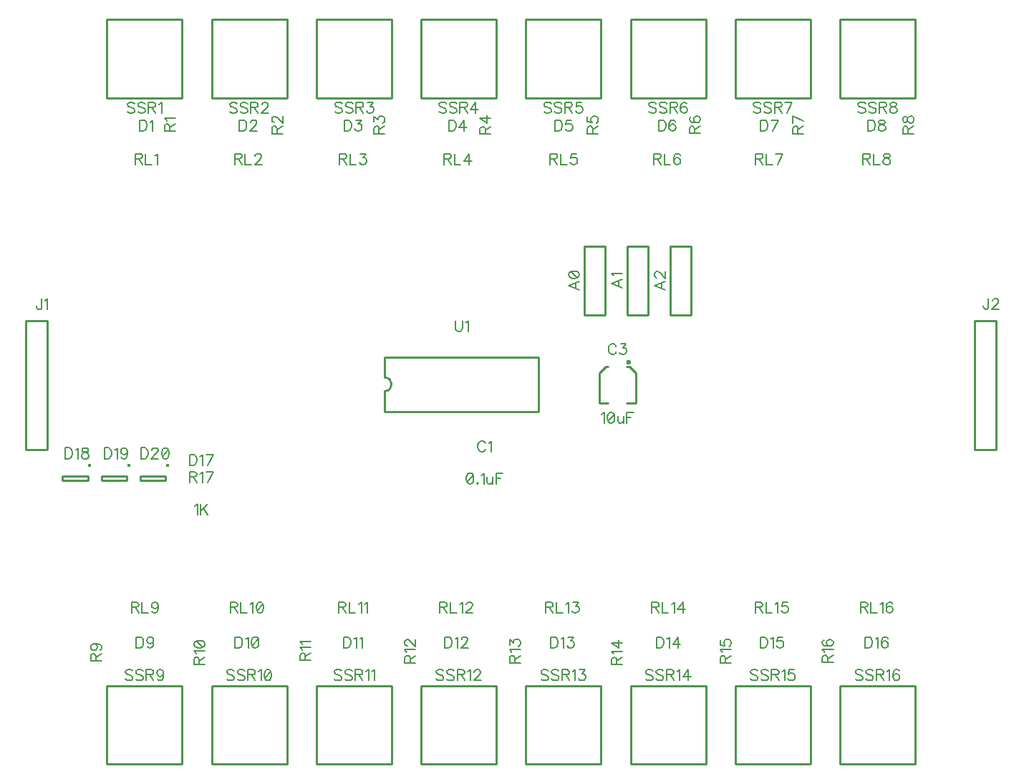
<source format=gbr>
G04 DipTrace 3.3.1.3*
G04 TopSilk.gbr*
%MOIN*%
G04 #@! TF.FileFunction,Legend,Top*
G04 #@! TF.Part,Single*
%ADD10C,0.009843*%
%ADD27C,0.023616*%
%ADD29C,0.015404*%
%ADD60C,0.00772*%
%FSLAX26Y26*%
G04*
G70*
G90*
G75*
G01*
G04 TopSilk*
%LPD*%
X1398134Y3820615D2*
D10*
X1748134D1*
Y3455613D1*
X1398134D1*
Y3820615D1*
X1887740Y3820635D2*
X2237740D1*
Y3455633D1*
X1887740D1*
Y3820635D1*
X2373134D2*
X2723134D1*
Y3455633D1*
X2373134D1*
Y3820635D1*
X2860634D2*
X3210634D1*
Y3455633D1*
X2860634D1*
Y3820635D1*
X3348134D2*
X3698134D1*
Y3455633D1*
X3348134D1*
Y3820635D1*
X3835634D2*
X4185634D1*
Y3455633D1*
X3835634D1*
Y3820635D1*
X4323134D2*
X4673134D1*
Y3455633D1*
X4323134D1*
Y3820635D1*
X1260614Y353979D2*
X910614D1*
Y718981D1*
X1260614D1*
Y353979D1*
X1748134D2*
X1398134D1*
Y718981D1*
X1748134D1*
Y353979D1*
X2237740D2*
X1887740D1*
Y718981D1*
X2237740D1*
Y353979D1*
X2723134D2*
X2373134D1*
Y718981D1*
X2723134D1*
Y353979D1*
X3210614D2*
X2860614D1*
Y718981D1*
X3210614D1*
Y353979D1*
X3698134D2*
X3348134D1*
Y718981D1*
X3698134D1*
Y353979D1*
X4185614D2*
X3835614D1*
Y718981D1*
X4185614D1*
Y353979D1*
X4673134D2*
X4323134D1*
Y718981D1*
X4673134D1*
Y353979D1*
X3132287Y2446657D2*
X3230713D1*
Y2766343D1*
X3132287D1*
Y2446657D1*
X2204501Y1996807D2*
X2920998D1*
X2204501Y2248773D2*
X2920998D1*
Y1996807D2*
Y2248773D1*
X2204501Y1996807D2*
Y2091283D1*
Y2154297D2*
Y2248773D1*
Y2091283D2*
G03X2204501Y2154297I-53J31507D01*
G01*
X3332307Y2446638D2*
X3430732D1*
Y2766323D1*
X3332307D1*
Y2446638D1*
X3532307D2*
X3630732D1*
Y2766323D1*
X3532307D1*
Y2446638D1*
X631502Y2418973D2*
X531500D1*
Y1819027D1*
X631502D1*
Y2418973D1*
X5049662Y2420351D2*
X4949660D1*
Y1820405D1*
X5049662D1*
Y2420351D1*
X910634Y3820615D2*
X1260634D1*
Y3455613D1*
X910634D1*
Y3820615D1*
X3372396Y2036180D2*
X3331055D1*
X3372396D2*
Y2175918D1*
X3342872Y2205457D2*
X3372396Y2175918D1*
X3342872Y2205457D2*
X3331055D1*
X3244446Y2036180D2*
X3203105D1*
Y2175918D1*
X3232629Y2205457D2*
X3203105Y2175918D1*
X3244446Y2205457D2*
X3232629D1*
D27*
X3338936Y2227118D3*
D29*
X1012349Y1746209D3*
X1003148Y1696067D2*
D10*
X885043D1*
Y1676382D1*
X1003148D1*
Y1696067D1*
D29*
X831098Y1746209D3*
X821898Y1696067D2*
D10*
X703793D1*
Y1676382D1*
X821898D1*
Y1696067D1*
D29*
X1193598Y1746209D3*
X1184398Y1696067D2*
D10*
X1066293D1*
Y1676382D1*
X1184398D1*
Y1696067D1*
X1516482Y3428970D2*
D60*
X1511728Y3433779D1*
X1504543Y3436155D1*
X1494982D1*
X1487797Y3433779D1*
X1482988Y3428970D1*
Y3424217D1*
X1485420Y3419409D1*
X1487797Y3417032D1*
X1492550Y3414656D1*
X1506920Y3409847D1*
X1511728Y3407471D1*
X1514105Y3405039D1*
X1516482Y3400286D1*
Y3393101D1*
X1511728Y3388347D1*
X1504543Y3385915D1*
X1494982D1*
X1487797Y3388347D1*
X1482988Y3393101D1*
X1565414Y3428970D2*
X1560661Y3433779D1*
X1553476Y3436155D1*
X1543914D1*
X1536729Y3433779D1*
X1531921Y3428970D1*
Y3424217D1*
X1534353Y3419409D1*
X1536729Y3417032D1*
X1541483Y3414656D1*
X1555853Y3409847D1*
X1560661Y3407471D1*
X1563038Y3405039D1*
X1565414Y3400286D1*
Y3393101D1*
X1560661Y3388347D1*
X1553476Y3385915D1*
X1543914D1*
X1536729Y3388347D1*
X1531921Y3393101D1*
X1580853Y3412224D2*
X1602353D1*
X1609538Y3414656D1*
X1611970Y3417032D1*
X1614347Y3421785D1*
Y3426594D1*
X1611970Y3431347D1*
X1609538Y3433779D1*
X1602353Y3436155D1*
X1580853D1*
Y3385915D1*
X1597600Y3412224D2*
X1614347Y3385915D1*
X1632218Y3424162D2*
Y3426539D1*
X1634595Y3431347D1*
X1636971Y3433724D1*
X1641780Y3436100D1*
X1651341D1*
X1656094Y3433724D1*
X1658471Y3431347D1*
X1660903Y3426539D1*
Y3421785D1*
X1658471Y3416977D1*
X1653718Y3409847D1*
X1629786Y3385915D1*
X1663279D1*
X2006088Y3428990D2*
X2001335Y3433799D1*
X1994150Y3436175D1*
X1984588D1*
X1977403Y3433799D1*
X1972595Y3428990D1*
Y3424237D1*
X1975026Y3419428D1*
X1977403Y3417052D1*
X1982156Y3414675D1*
X1996526Y3409867D1*
X2001335Y3407490D1*
X2003711Y3405058D1*
X2006088Y3400305D1*
Y3393120D1*
X2001335Y3388367D1*
X1994150Y3385935D1*
X1984588D1*
X1977403Y3388367D1*
X1972595Y3393120D1*
X2055021Y3428990D2*
X2050267Y3433799D1*
X2043082Y3436175D1*
X2033521D1*
X2026336Y3433799D1*
X2021527Y3428990D1*
Y3424237D1*
X2023959Y3419428D1*
X2026336Y3417052D1*
X2031089Y3414675D1*
X2045459Y3409867D1*
X2050267Y3407490D1*
X2052644Y3405058D1*
X2055021Y3400305D1*
Y3393120D1*
X2050267Y3388367D1*
X2043082Y3385935D1*
X2033521D1*
X2026336Y3388367D1*
X2021527Y3393120D1*
X2070460Y3412243D2*
X2091960D1*
X2099145Y3414675D1*
X2101577Y3417052D1*
X2103953Y3421805D1*
Y3426614D1*
X2101577Y3431367D1*
X2099145Y3433799D1*
X2091960Y3436175D1*
X2070460D1*
Y3385935D1*
X2087206Y3412243D2*
X2103953Y3385935D1*
X2124201Y3436120D2*
X2150454D1*
X2136139Y3416997D1*
X2143324D1*
X2148077Y3414620D1*
X2150454Y3412243D1*
X2152886Y3405058D1*
Y3400305D1*
X2150454Y3393120D1*
X2145701Y3388312D1*
X2138516Y3385935D1*
X2131331D1*
X2124201Y3388312D1*
X2121824Y3390744D1*
X2119392Y3395497D1*
X2490293Y3428990D2*
X2485540Y3433799D1*
X2478355Y3436175D1*
X2468794D1*
X2461608Y3433799D1*
X2456800Y3428990D1*
Y3424237D1*
X2459232Y3419428D1*
X2461608Y3417052D1*
X2466362Y3414675D1*
X2480732Y3409867D1*
X2485540Y3407490D1*
X2487917Y3405058D1*
X2490293Y3400305D1*
Y3393120D1*
X2485540Y3388367D1*
X2478355Y3385935D1*
X2468794D1*
X2461608Y3388367D1*
X2456800Y3393120D1*
X2539226Y3428990D2*
X2534473Y3433799D1*
X2527288Y3436175D1*
X2517726D1*
X2510541Y3433799D1*
X2505733Y3428990D1*
Y3424237D1*
X2508164Y3419428D1*
X2510541Y3417052D1*
X2515294Y3414675D1*
X2529664Y3409867D1*
X2534473Y3407490D1*
X2536849Y3405058D1*
X2539226Y3400305D1*
Y3393120D1*
X2534473Y3388367D1*
X2527288Y3385935D1*
X2517726D1*
X2510541Y3388367D1*
X2505733Y3393120D1*
X2554665Y3412243D2*
X2576165D1*
X2583350Y3414675D1*
X2585782Y3417052D1*
X2588159Y3421805D1*
Y3426614D1*
X2585782Y3431367D1*
X2583350Y3433799D1*
X2576165Y3436175D1*
X2554665D1*
Y3385935D1*
X2571412Y3412243D2*
X2588159Y3385935D1*
X2627529D2*
Y3436120D1*
X2603598Y3402682D1*
X2639468D1*
X2978982Y3428990D2*
X2974228Y3433799D1*
X2967043Y3436175D1*
X2957482D1*
X2950297Y3433799D1*
X2945488Y3428990D1*
Y3424237D1*
X2947920Y3419428D1*
X2950297Y3417052D1*
X2955050Y3414675D1*
X2969420Y3409867D1*
X2974228Y3407490D1*
X2976605Y3405058D1*
X2978982Y3400305D1*
Y3393120D1*
X2974228Y3388367D1*
X2967043Y3385935D1*
X2957482D1*
X2950297Y3388367D1*
X2945488Y3393120D1*
X3027914Y3428990D2*
X3023161Y3433799D1*
X3015976Y3436175D1*
X3006414D1*
X2999229Y3433799D1*
X2994421Y3428990D1*
Y3424237D1*
X2996853Y3419428D1*
X2999229Y3417052D1*
X3003983Y3414675D1*
X3018353Y3409867D1*
X3023161Y3407490D1*
X3025538Y3405058D1*
X3027914Y3400305D1*
Y3393120D1*
X3023161Y3388367D1*
X3015976Y3385935D1*
X3006414D1*
X2999229Y3388367D1*
X2994421Y3393120D1*
X3043353Y3412243D2*
X3064853D1*
X3072038Y3414675D1*
X3074470Y3417052D1*
X3076847Y3421805D1*
Y3426614D1*
X3074470Y3431367D1*
X3072038Y3433799D1*
X3064853Y3436175D1*
X3043353D1*
Y3385935D1*
X3060100Y3412243D2*
X3076847Y3385935D1*
X3120971Y3436120D2*
X3097095D1*
X3094718Y3414620D1*
X3097095Y3416997D1*
X3104280Y3419428D1*
X3111409D1*
X3118594Y3416997D1*
X3123403Y3412243D1*
X3125779Y3405058D1*
Y3400305D1*
X3123403Y3393120D1*
X3118594Y3388312D1*
X3111409Y3385935D1*
X3104280D1*
X3097095Y3388312D1*
X3094718Y3390744D1*
X3092286Y3395497D1*
X3467698Y3428990D2*
X3462944Y3433799D1*
X3455759Y3436175D1*
X3446198D1*
X3439013Y3433799D1*
X3434204Y3428990D1*
Y3424237D1*
X3436636Y3419428D1*
X3439013Y3417052D1*
X3443766Y3414675D1*
X3458136Y3409867D1*
X3462944Y3407490D1*
X3465321Y3405058D1*
X3467698Y3400305D1*
Y3393120D1*
X3462944Y3388367D1*
X3455759Y3385935D1*
X3446198D1*
X3439013Y3388367D1*
X3434204Y3393120D1*
X3516630Y3428990D2*
X3511877Y3433799D1*
X3504692Y3436175D1*
X3495130D1*
X3487945Y3433799D1*
X3483137Y3428990D1*
Y3424237D1*
X3485569Y3419428D1*
X3487945Y3417052D1*
X3492698Y3414675D1*
X3507069Y3409867D1*
X3511877Y3407490D1*
X3514254Y3405058D1*
X3516630Y3400305D1*
Y3393120D1*
X3511877Y3388367D1*
X3504692Y3385935D1*
X3495130D1*
X3487945Y3388367D1*
X3483137Y3393120D1*
X3532069Y3412243D2*
X3553569D1*
X3560754Y3414675D1*
X3563186Y3417052D1*
X3565563Y3421805D1*
Y3426614D1*
X3563186Y3431367D1*
X3560754Y3433799D1*
X3553569Y3436175D1*
X3532069D1*
Y3385935D1*
X3548816Y3412243D2*
X3565563Y3385935D1*
X3609687Y3428990D2*
X3607310Y3433743D1*
X3600125Y3436120D1*
X3595372D1*
X3588187Y3433743D1*
X3583379Y3426558D1*
X3581002Y3414620D1*
Y3402682D1*
X3583379Y3393120D1*
X3588187Y3388312D1*
X3595372Y3385935D1*
X3597749D1*
X3604878Y3388312D1*
X3609687Y3393120D1*
X3612063Y3400305D1*
Y3402682D1*
X3609687Y3409867D1*
X3604878Y3414620D1*
X3597749Y3416997D1*
X3595372D1*
X3588187Y3414620D1*
X3583379Y3409867D1*
X3581002Y3402682D1*
X3953982Y3428990D2*
X3949228Y3433799D1*
X3942043Y3436175D1*
X3932482D1*
X3925297Y3433799D1*
X3920488Y3428990D1*
Y3424237D1*
X3922920Y3419428D1*
X3925297Y3417052D1*
X3930050Y3414675D1*
X3944420Y3409867D1*
X3949228Y3407490D1*
X3951605Y3405058D1*
X3953982Y3400305D1*
Y3393120D1*
X3949228Y3388367D1*
X3942043Y3385935D1*
X3932482D1*
X3925297Y3388367D1*
X3920488Y3393120D1*
X4002914Y3428990D2*
X3998161Y3433799D1*
X3990976Y3436175D1*
X3981414D1*
X3974229Y3433799D1*
X3969421Y3428990D1*
Y3424237D1*
X3971853Y3419428D1*
X3974229Y3417052D1*
X3978983Y3414675D1*
X3993353Y3409867D1*
X3998161Y3407490D1*
X4000538Y3405058D1*
X4002914Y3400305D1*
Y3393120D1*
X3998161Y3388367D1*
X3990976Y3385935D1*
X3981414D1*
X3974229Y3388367D1*
X3969421Y3393120D1*
X4018353Y3412243D2*
X4039853D1*
X4047038Y3414675D1*
X4049470Y3417052D1*
X4051847Y3421805D1*
Y3426614D1*
X4049470Y3431367D1*
X4047038Y3433799D1*
X4039853Y3436175D1*
X4018353D1*
Y3385935D1*
X4035100Y3412243D2*
X4051847Y3385935D1*
X4076848D2*
X4100779Y3436120D1*
X4067286D1*
X4441509Y3428990D2*
X4436756Y3433799D1*
X4429571Y3436175D1*
X4420009D1*
X4412824Y3433799D1*
X4408016Y3428990D1*
Y3424237D1*
X4410448Y3419428D1*
X4412824Y3417052D1*
X4417578Y3414675D1*
X4431948Y3409867D1*
X4436756Y3407490D1*
X4439133Y3405058D1*
X4441509Y3400305D1*
Y3393120D1*
X4436756Y3388367D1*
X4429571Y3385935D1*
X4420009D1*
X4412824Y3388367D1*
X4408016Y3393120D1*
X4490442Y3428990D2*
X4485689Y3433799D1*
X4478504Y3436175D1*
X4468942D1*
X4461757Y3433799D1*
X4456949Y3428990D1*
Y3424237D1*
X4459380Y3419428D1*
X4461757Y3417052D1*
X4466510Y3414675D1*
X4480880Y3409867D1*
X4485689Y3407490D1*
X4488065Y3405058D1*
X4490442Y3400305D1*
Y3393120D1*
X4485689Y3388367D1*
X4478504Y3385935D1*
X4468942D1*
X4461757Y3388367D1*
X4456949Y3393120D1*
X4505881Y3412243D2*
X4527381D1*
X4534566Y3414675D1*
X4536998Y3417052D1*
X4539374Y3421805D1*
Y3426614D1*
X4536998Y3431367D1*
X4534566Y3433799D1*
X4527381Y3436175D1*
X4505881D1*
Y3385935D1*
X4522628Y3412243D2*
X4539374Y3385935D1*
X4566752Y3436120D2*
X4559622Y3433743D1*
X4557190Y3428990D1*
Y3424182D1*
X4559622Y3419428D1*
X4564375Y3416997D1*
X4573937Y3414620D1*
X4581122Y3412243D1*
X4585875Y3407435D1*
X4588252Y3402682D1*
Y3395497D1*
X4585875Y3390744D1*
X4583499Y3388312D1*
X4576314Y3385935D1*
X4566752D1*
X4559622Y3388312D1*
X4557190Y3390744D1*
X4554814Y3395497D1*
Y3402682D1*
X4557190Y3407435D1*
X4561999Y3412243D1*
X4569129Y3414620D1*
X4578690Y3416997D1*
X4583499Y3419428D1*
X4585875Y3424182D1*
Y3428990D1*
X4583499Y3433743D1*
X4576314Y3436120D1*
X4566752D1*
X1030150Y787518D2*
X1025397Y792327D1*
X1018212Y794703D1*
X1008650D1*
X1001465Y792327D1*
X996657Y787518D1*
Y782765D1*
X999089Y777957D1*
X1001465Y775580D1*
X1006219Y773204D1*
X1020589Y768395D1*
X1025397Y766019D1*
X1027774Y763587D1*
X1030150Y758833D1*
Y751648D1*
X1025397Y746895D1*
X1018212Y744463D1*
X1008650D1*
X1001465Y746895D1*
X996657Y751648D1*
X1079083Y787518D2*
X1074330Y792327D1*
X1067145Y794703D1*
X1057583D1*
X1050398Y792327D1*
X1045590Y787518D1*
Y782765D1*
X1048021Y777957D1*
X1050398Y775580D1*
X1055151Y773204D1*
X1069521Y768395D1*
X1074330Y766019D1*
X1076706Y763587D1*
X1079083Y758833D1*
Y751648D1*
X1074330Y746895D1*
X1067145Y744463D1*
X1057583D1*
X1050398Y746895D1*
X1045590Y751648D1*
X1094522Y770772D2*
X1116022D1*
X1123207Y773204D1*
X1125639Y775580D1*
X1128015Y780333D1*
Y785142D1*
X1125639Y789895D1*
X1123207Y792327D1*
X1116022Y794703D1*
X1094522D1*
Y744463D1*
X1111269Y770772D2*
X1128015Y744463D1*
X1174571Y777957D2*
X1172140Y770772D1*
X1167386Y765963D1*
X1160201Y763587D1*
X1157825D1*
X1150640Y765963D1*
X1145887Y770772D1*
X1143455Y777957D1*
Y780333D1*
X1145887Y787518D1*
X1150640Y792272D1*
X1157825Y794648D1*
X1160201D1*
X1167386Y792272D1*
X1172140Y787518D1*
X1174571Y777957D1*
Y765963D1*
X1172140Y754025D1*
X1167386Y746840D1*
X1160201Y744463D1*
X1155448D1*
X1148263Y746840D1*
X1145887Y751648D1*
X2673317Y1847312D2*
X2670940Y1852066D1*
X2666132Y1856874D1*
X2661379Y1859251D1*
X2651817D1*
X2647009Y1856874D1*
X2642256Y1852066D1*
X2639824Y1847312D1*
X2637447Y1840127D1*
Y1828134D1*
X2639824Y1821004D1*
X2642256Y1816196D1*
X2647009Y1811442D1*
X2651817Y1809011D1*
X2661379D1*
X2666132Y1811442D1*
X2670940Y1816196D1*
X2673317Y1821004D1*
X2688756Y1849634D2*
X2693565Y1852066D1*
X2700750Y1859195D1*
Y1809011D1*
X2598730Y1709958D2*
X2591545Y1707582D1*
X2586736Y1700397D1*
X2584360Y1688459D1*
Y1681274D1*
X2586736Y1669335D1*
X2591545Y1662150D1*
X2598730Y1659774D1*
X2603483D1*
X2610668Y1662150D1*
X2615421Y1669335D1*
X2617853Y1681274D1*
Y1688459D1*
X2615421Y1700397D1*
X2610668Y1707582D1*
X2603483Y1709958D1*
X2598730D1*
X2615421Y1700397D2*
X2586736Y1669335D1*
X2635669Y1664582D2*
X2633292Y1662150D1*
X2635669Y1659774D1*
X2638101Y1662150D1*
X2635669Y1664582D1*
X2653540Y1700397D2*
X2658349Y1702829D1*
X2665534Y1709958D1*
Y1659774D1*
X2680973Y1693267D2*
Y1669335D1*
X2683349Y1662206D1*
X2688158Y1659774D1*
X2695343D1*
X2700096Y1662206D1*
X2707281Y1669335D1*
Y1693267D2*
Y1659774D1*
X2753837Y1710014D2*
X2722720D1*
Y1659774D1*
Y1686082D2*
X2741844D1*
X1502765Y787518D2*
X1498012Y792327D1*
X1490827Y794703D1*
X1481265D1*
X1474080Y792327D1*
X1469272Y787518D1*
Y782765D1*
X1471704Y777957D1*
X1474080Y775580D1*
X1478834Y773204D1*
X1493204Y768395D1*
X1498012Y766019D1*
X1500389Y763587D1*
X1502765Y758833D1*
Y751648D1*
X1498012Y746895D1*
X1490827Y744463D1*
X1481265D1*
X1474080Y746895D1*
X1469272Y751648D1*
X1551698Y787518D2*
X1546945Y792327D1*
X1539760Y794703D1*
X1530198D1*
X1523013Y792327D1*
X1518205Y787518D1*
Y782765D1*
X1520636Y777957D1*
X1523013Y775580D1*
X1527766Y773204D1*
X1542136Y768395D1*
X1546945Y766019D1*
X1549321Y763587D1*
X1551698Y758833D1*
Y751648D1*
X1546945Y746895D1*
X1539760Y744463D1*
X1530198D1*
X1523013Y746895D1*
X1518205Y751648D1*
X1567137Y770772D2*
X1588637D1*
X1595822Y773204D1*
X1598254Y775580D1*
X1600630Y780333D1*
Y785142D1*
X1598254Y789895D1*
X1595822Y792327D1*
X1588637Y794703D1*
X1567137D1*
Y744463D1*
X1583884Y770772D2*
X1600630Y744463D1*
X1616070Y785086D2*
X1620878Y787518D1*
X1628063Y794648D1*
Y744463D1*
X1657873Y794648D2*
X1650687Y792272D1*
X1645879Y785086D1*
X1643502Y773148D1*
Y765963D1*
X1645879Y754025D1*
X1650687Y746840D1*
X1657873Y744463D1*
X1662626D1*
X1669811Y746840D1*
X1674564Y754025D1*
X1676996Y765963D1*
Y773148D1*
X1674564Y785086D1*
X1669811Y792272D1*
X1662626Y794648D1*
X1657873D1*
X1674564Y785086D2*
X1645879Y754025D1*
X2003122Y787518D2*
X1998368Y792327D1*
X1991183Y794703D1*
X1981622D1*
X1974437Y792327D1*
X1969628Y787518D1*
Y782765D1*
X1972060Y777957D1*
X1974437Y775580D1*
X1979190Y773204D1*
X1993560Y768395D1*
X1998368Y766019D1*
X2000745Y763587D1*
X2003122Y758833D1*
Y751648D1*
X1998368Y746895D1*
X1991183Y744463D1*
X1981622D1*
X1974437Y746895D1*
X1969628Y751648D1*
X2052054Y787518D2*
X2047301Y792327D1*
X2040116Y794703D1*
X2030554D1*
X2023369Y792327D1*
X2018561Y787518D1*
Y782765D1*
X2020993Y777957D1*
X2023369Y775580D1*
X2028122Y773204D1*
X2042492Y768395D1*
X2047301Y766019D1*
X2049678Y763587D1*
X2052054Y758833D1*
Y751648D1*
X2047301Y746895D1*
X2040116Y744463D1*
X2030554D1*
X2023369Y746895D1*
X2018561Y751648D1*
X2067493Y770772D2*
X2088993D1*
X2096178Y773204D1*
X2098610Y775580D1*
X2100987Y780333D1*
Y785142D1*
X2098610Y789895D1*
X2096178Y792327D1*
X2088993Y794703D1*
X2067493D1*
Y744463D1*
X2084240Y770772D2*
X2100987Y744463D1*
X2116426Y785086D2*
X2121234Y787518D1*
X2128419Y794648D1*
Y744463D1*
X2143859Y785086D2*
X2148667Y787518D1*
X2155852Y794648D1*
Y744463D1*
X2477765Y787518D2*
X2473012Y792327D1*
X2465827Y794703D1*
X2456265D1*
X2449080Y792327D1*
X2444272Y787518D1*
Y782765D1*
X2446704Y777957D1*
X2449080Y775580D1*
X2453834Y773204D1*
X2468204Y768395D1*
X2473012Y766019D1*
X2475389Y763587D1*
X2477765Y758833D1*
Y751648D1*
X2473012Y746895D1*
X2465827Y744463D1*
X2456265D1*
X2449080Y746895D1*
X2444272Y751648D1*
X2526698Y787518D2*
X2521945Y792327D1*
X2514760Y794703D1*
X2505198D1*
X2498013Y792327D1*
X2493205Y787518D1*
Y782765D1*
X2495636Y777957D1*
X2498013Y775580D1*
X2502766Y773204D1*
X2517136Y768395D1*
X2521945Y766019D1*
X2524321Y763587D1*
X2526698Y758833D1*
Y751648D1*
X2521945Y746895D1*
X2514760Y744463D1*
X2505198D1*
X2498013Y746895D1*
X2493205Y751648D1*
X2542137Y770772D2*
X2563637D1*
X2570822Y773204D1*
X2573254Y775580D1*
X2575630Y780333D1*
Y785142D1*
X2573254Y789895D1*
X2570822Y792327D1*
X2563637Y794703D1*
X2542137D1*
Y744463D1*
X2558884Y770772D2*
X2575630Y744463D1*
X2591070Y785086D2*
X2595878Y787518D1*
X2603063Y794648D1*
Y744463D1*
X2620934Y782710D2*
Y785086D1*
X2623311Y789895D1*
X2625687Y792272D1*
X2630496Y794648D1*
X2640058D1*
X2644811Y792272D1*
X2647187Y789895D1*
X2649619Y785086D1*
Y780333D1*
X2647187Y775525D1*
X2642434Y768395D1*
X2618502Y744463D1*
X2651996D1*
X2965246Y787518D2*
X2960492Y792327D1*
X2953307Y794703D1*
X2943746D1*
X2936561Y792327D1*
X2931752Y787518D1*
Y782765D1*
X2934184Y777957D1*
X2936561Y775580D1*
X2941314Y773204D1*
X2955684Y768395D1*
X2960492Y766019D1*
X2962869Y763587D1*
X2965246Y758833D1*
Y751648D1*
X2960492Y746895D1*
X2953307Y744463D1*
X2943746D1*
X2936561Y746895D1*
X2931752Y751648D1*
X3014178Y787518D2*
X3009425Y792327D1*
X3002240Y794703D1*
X2992678D1*
X2985493Y792327D1*
X2980685Y787518D1*
Y782765D1*
X2983117Y777957D1*
X2985493Y775580D1*
X2990246Y773204D1*
X3004617Y768395D1*
X3009425Y766019D1*
X3011802Y763587D1*
X3014178Y758833D1*
Y751648D1*
X3009425Y746895D1*
X3002240Y744463D1*
X2992678D1*
X2985493Y746895D1*
X2980685Y751648D1*
X3029617Y770772D2*
X3051117D1*
X3058302Y773204D1*
X3060734Y775580D1*
X3063111Y780333D1*
Y785142D1*
X3060734Y789895D1*
X3058302Y792327D1*
X3051117Y794703D1*
X3029617D1*
Y744463D1*
X3046364Y770772D2*
X3063111Y744463D1*
X3078550Y785086D2*
X3083358Y787518D1*
X3090544Y794648D1*
Y744463D1*
X3110791Y794648D2*
X3137044D1*
X3122729Y775525D1*
X3129914D1*
X3134668Y773148D1*
X3137044Y770772D1*
X3139476Y763587D1*
Y758833D1*
X3137044Y751648D1*
X3132291Y746840D1*
X3125106Y744463D1*
X3117921D1*
X3110791Y746840D1*
X3108415Y749272D1*
X3105983Y754025D1*
X3451577Y787518D2*
X3446824Y792327D1*
X3439639Y794703D1*
X3430077D1*
X3422892Y792327D1*
X3418084Y787518D1*
Y782765D1*
X3420516Y777957D1*
X3422892Y775580D1*
X3427645Y773204D1*
X3442015Y768395D1*
X3446824Y766019D1*
X3449200Y763587D1*
X3451577Y758833D1*
Y751648D1*
X3446824Y746895D1*
X3439639Y744463D1*
X3430077D1*
X3422892Y746895D1*
X3418084Y751648D1*
X3500510Y787518D2*
X3495756Y792327D1*
X3488571Y794703D1*
X3479010D1*
X3471825Y792327D1*
X3467016Y787518D1*
Y782765D1*
X3469448Y777957D1*
X3471825Y775580D1*
X3476578Y773204D1*
X3490948Y768395D1*
X3495756Y766019D1*
X3498133Y763587D1*
X3500510Y758833D1*
Y751648D1*
X3495756Y746895D1*
X3488571Y744463D1*
X3479010D1*
X3471825Y746895D1*
X3467016Y751648D1*
X3515949Y770772D2*
X3537449D1*
X3544634Y773204D1*
X3547066Y775580D1*
X3549442Y780333D1*
Y785142D1*
X3547066Y789895D1*
X3544634Y792327D1*
X3537449Y794703D1*
X3515949D1*
Y744463D1*
X3532695Y770772D2*
X3549442Y744463D1*
X3564881Y785086D2*
X3569690Y787518D1*
X3576875Y794648D1*
Y744463D1*
X3616246D2*
Y794648D1*
X3592314Y761210D1*
X3628184D1*
X3940246Y787518D2*
X3935492Y792327D1*
X3928307Y794703D1*
X3918746D1*
X3911561Y792327D1*
X3906752Y787518D1*
Y782765D1*
X3909184Y777957D1*
X3911561Y775580D1*
X3916314Y773204D1*
X3930684Y768395D1*
X3935492Y766019D1*
X3937869Y763587D1*
X3940246Y758833D1*
Y751648D1*
X3935492Y746895D1*
X3928307Y744463D1*
X3918746D1*
X3911561Y746895D1*
X3906752Y751648D1*
X3989178Y787518D2*
X3984425Y792327D1*
X3977240Y794703D1*
X3967678D1*
X3960493Y792327D1*
X3955685Y787518D1*
Y782765D1*
X3958117Y777957D1*
X3960493Y775580D1*
X3965246Y773204D1*
X3979617Y768395D1*
X3984425Y766019D1*
X3986802Y763587D1*
X3989178Y758833D1*
Y751648D1*
X3984425Y746895D1*
X3977240Y744463D1*
X3967678D1*
X3960493Y746895D1*
X3955685Y751648D1*
X4004617Y770772D2*
X4026117D1*
X4033302Y773204D1*
X4035734Y775580D1*
X4038111Y780333D1*
Y785142D1*
X4035734Y789895D1*
X4033302Y792327D1*
X4026117Y794703D1*
X4004617D1*
Y744463D1*
X4021364Y770772D2*
X4038111Y744463D1*
X4053550Y785086D2*
X4058358Y787518D1*
X4065544Y794648D1*
Y744463D1*
X4109668Y794648D2*
X4085791D1*
X4083415Y773148D1*
X4085791Y775525D1*
X4092976Y777957D1*
X4100106D1*
X4107291Y775525D1*
X4112099Y770772D1*
X4114476Y763587D1*
Y758833D1*
X4112099Y751648D1*
X4107291Y746840D1*
X4100106Y744463D1*
X4092976D1*
X4085791Y746840D1*
X4083415Y749272D1*
X4080983Y754025D1*
X4428981Y787518D2*
X4424228Y792327D1*
X4417043Y794703D1*
X4407481D1*
X4400296Y792327D1*
X4395488Y787518D1*
Y782765D1*
X4397920Y777957D1*
X4400296Y775580D1*
X4405050Y773204D1*
X4419420Y768395D1*
X4424228Y766019D1*
X4426605Y763587D1*
X4428981Y758833D1*
Y751648D1*
X4424228Y746895D1*
X4417043Y744463D1*
X4407481D1*
X4400296Y746895D1*
X4395488Y751648D1*
X4477914Y787518D2*
X4473161Y792327D1*
X4465976Y794703D1*
X4456414D1*
X4449229Y792327D1*
X4444420Y787518D1*
Y782765D1*
X4446852Y777957D1*
X4449229Y775580D1*
X4453982Y773204D1*
X4468352Y768395D1*
X4473161Y766019D1*
X4475537Y763587D1*
X4477914Y758833D1*
Y751648D1*
X4473161Y746895D1*
X4465976Y744463D1*
X4456414D1*
X4449229Y746895D1*
X4444420Y751648D1*
X4493353Y770772D2*
X4514853D1*
X4522038Y773204D1*
X4524470Y775580D1*
X4526846Y780333D1*
Y785142D1*
X4524470Y789895D1*
X4522038Y792327D1*
X4514853Y794703D1*
X4493353D1*
Y744463D1*
X4510100Y770772D2*
X4526846Y744463D1*
X4542286Y785086D2*
X4547094Y787518D1*
X4554279Y794648D1*
Y744463D1*
X4598403Y787518D2*
X4596027Y792272D1*
X4588842Y794648D1*
X4584088D1*
X4576903Y792272D1*
X4572095Y785086D1*
X4569718Y773148D1*
Y761210D1*
X4572095Y751648D1*
X4576903Y746840D1*
X4584088Y744463D1*
X4586465D1*
X4593595Y746840D1*
X4598403Y751648D1*
X4600780Y758833D1*
Y761210D1*
X4598403Y768395D1*
X4593595Y773148D1*
X4586465Y775525D1*
X4584088D1*
X4576903Y773148D1*
X4572095Y768395D1*
X4569718Y761210D1*
X1202681Y3301136D2*
Y3322635D1*
X1200249Y3329820D1*
X1197873Y3332252D1*
X1193120Y3334629D1*
X1188311D1*
X1183558Y3332252D1*
X1181126Y3329820D1*
X1178749Y3322635D1*
Y3301136D1*
X1228989D1*
X1202681Y3317882D2*
X1228989Y3334629D1*
X1188366Y3350068D2*
X1185934Y3354876D1*
X1178805Y3362062D1*
X1228989Y3362061D1*
X1702701Y3290386D2*
Y3311885D1*
X1700269Y3319070D1*
X1697892Y3321502D1*
X1693139Y3323879D1*
X1688331D1*
X1683578Y3321502D1*
X1681146Y3319070D1*
X1678769Y3311885D1*
Y3290386D1*
X1729009D1*
X1702701Y3307132D2*
X1729009Y3323879D1*
X1690763Y3341750D2*
X1688386D1*
X1683578Y3344127D1*
X1681201Y3346503D1*
X1678824Y3351312D1*
Y3360873D1*
X1681201Y3365626D1*
X1683578Y3368003D1*
X1688386Y3370435D1*
X1693139D1*
X1697948Y3368003D1*
X1705077Y3363250D1*
X1729009Y3339318D1*
Y3372811D1*
X3109304Y2601185D2*
X3059064Y2582006D1*
X3109304Y2562883D1*
X3092558Y2570068D2*
Y2594000D1*
X3059120Y2630994D2*
X3061496Y2623809D1*
X3068681Y2619001D1*
X3080620Y2616624D1*
X3087805D1*
X3099743Y2619000D1*
X3106928Y2623809D1*
X3109304Y2630994D1*
Y2635747D1*
X3106928Y2642932D1*
X3099743Y2647685D1*
X3087805Y2650117D1*
X3080619D1*
X3068681Y2647685D1*
X3061496Y2642932D1*
X3059120Y2635747D1*
Y2630994D1*
X3068681Y2647685D2*
X3099743Y2619000D1*
X2177701Y3290386D2*
Y3311885D1*
X2175269Y3319070D1*
X2172892Y3321502D1*
X2168139Y3323879D1*
X2163331D1*
X2158578Y3321502D1*
X2156146Y3319070D1*
X2153769Y3311885D1*
Y3290386D1*
X2204009D1*
X2177701Y3307132D2*
X2204009Y3323879D1*
X2153824Y3344127D2*
Y3370380D1*
X2172948Y3356065D1*
Y3363250D1*
X2175324Y3368003D1*
X2177701Y3370380D1*
X2184886Y3372811D1*
X2189639D1*
X2196824Y3370380D1*
X2201633Y3365626D1*
X2204009Y3358441D1*
Y3351256D1*
X2201633Y3344127D1*
X2199201Y3341750D1*
X2194447Y3339318D1*
X2532286Y2420423D2*
Y2384553D1*
X2534663Y2377368D1*
X2539471Y2372614D1*
X2546656Y2370183D1*
X2551410D1*
X2558595Y2372614D1*
X2563403Y2377368D1*
X2565780Y2384553D1*
Y2420423D1*
X2581219Y2410806D2*
X2586027Y2413238D1*
X2593212Y2420367D1*
Y2370183D1*
X3309324Y2611915D2*
X3259084Y2592736D1*
X3309324Y2573613D1*
X3292577Y2580798D2*
Y2604730D1*
X3268701Y2627354D2*
X3266269Y2632163D1*
X3259139Y2639348D1*
X3309324D1*
X3509324Y2601165D2*
X3459084Y2581987D1*
X3509324Y2562863D1*
X3492577Y2570048D2*
Y2593980D1*
X3471078Y2619036D2*
X3468701D1*
X3463893Y2621413D1*
X3461516Y2623789D1*
X3459139Y2628598D1*
Y2638159D1*
X3461516Y2642913D1*
X3463893Y2645289D1*
X3468701Y2647721D1*
X3473454D1*
X3478263Y2645289D1*
X3485392Y2640536D1*
X3509324Y2616604D1*
Y2650098D1*
X607210Y2521357D2*
Y2483110D1*
X604834Y2475925D1*
X602402Y2473549D1*
X597648Y2471117D1*
X592840D1*
X588087Y2473549D1*
X585710Y2475925D1*
X583278Y2483110D1*
Y2487864D1*
X622649Y2511740D2*
X627458Y2514172D1*
X634643Y2521302D1*
Y2471117D1*
X5014620Y2522735D2*
Y2484488D1*
X5012244Y2477303D1*
X5009812Y2474927D1*
X5005059Y2472495D1*
X5000250D1*
X4995497Y2474927D1*
X4993120Y2477303D1*
X4990689Y2484488D1*
Y2489242D1*
X5032491Y2510741D2*
Y2513118D1*
X5034868Y2517926D1*
X5037245Y2520303D1*
X5042053Y2522680D1*
X5051615D1*
X5056368Y2520303D1*
X5058744Y2517926D1*
X5061176Y2513118D1*
Y2508365D1*
X5058744Y2503556D1*
X5053991Y2496427D1*
X5030060Y2472495D1*
X5063553D1*
X2671441Y3289197D2*
Y3310697D1*
X2669009Y3317882D1*
X2666633Y3320314D1*
X2661879Y3322691D1*
X2657071D1*
X2652318Y3320314D1*
X2649886Y3317882D1*
X2647509Y3310697D1*
Y3289197D1*
X2697749D1*
X2671441Y3305944D2*
X2697749Y3322691D1*
Y3362061D2*
X2647565Y3362062D1*
X2681003Y3338130D1*
Y3374000D1*
X3171430Y3290386D2*
Y3311885D1*
X3168999Y3319070D1*
X3166622Y3321502D1*
X3161869Y3323879D1*
X3157060D1*
X3152307Y3321502D1*
X3149875Y3319070D1*
X3147499Y3311885D1*
Y3290386D1*
X3197739D1*
X3171430Y3307132D2*
X3197739Y3323879D1*
X3147554Y3368003D2*
Y3344127D1*
X3169054Y3341750D1*
X3166677Y3344127D1*
X3164245Y3351312D1*
Y3358441D1*
X3166677Y3365626D1*
X3171430Y3370435D1*
X3178616Y3372811D1*
X3183369D1*
X3190554Y3370435D1*
X3195362Y3365626D1*
X3197739Y3358441D1*
Y3351312D1*
X3195362Y3344127D1*
X3192930Y3341750D1*
X3188177Y3339318D1*
X3646432Y3291602D2*
Y3313101D1*
X3644000Y3320286D1*
X3641623Y3322718D1*
X3636870Y3325095D1*
X3632062D1*
X3627309Y3322718D1*
X3624877Y3320286D1*
X3622500Y3313101D1*
Y3291602D1*
X3672740D1*
X3646432Y3308348D2*
X3672740Y3325095D1*
X3629685Y3369219D2*
X3624932Y3366842D1*
X3622555Y3359657D1*
Y3354904D1*
X3624932Y3347719D1*
X3632117Y3342911D1*
X3644055Y3340534D1*
X3655993D1*
X3665555Y3342911D1*
X3670363Y3347719D1*
X3672740Y3354904D1*
Y3357281D1*
X3670363Y3364410D1*
X3665555Y3369219D1*
X3658370Y3371595D1*
X3655993D1*
X3648808Y3369219D1*
X3644055Y3364410D1*
X3641679Y3357281D1*
Y3354904D1*
X3644055Y3347719D1*
X3648808Y3342911D1*
X3655993Y3340534D1*
X4127681Y3290386D2*
Y3311885D1*
X4125249Y3319070D1*
X4122873Y3321502D1*
X4118120Y3323879D1*
X4113311D1*
X4108558Y3321502D1*
X4106126Y3319070D1*
X4103749Y3311885D1*
Y3290386D1*
X4153989D1*
X4127681Y3307132D2*
X4153989Y3323879D1*
Y3348880D2*
X4103805Y3372811D1*
Y3339318D1*
X4640181Y3290413D2*
Y3311913D1*
X4637749Y3319098D1*
X4635373Y3321530D1*
X4630620Y3323907D1*
X4625811D1*
X4621058Y3321530D1*
X4618626Y3319098D1*
X4616249Y3311913D1*
Y3290413D1*
X4666489D1*
X4640181Y3307160D2*
X4666489Y3323906D1*
X4616305Y3351284D2*
X4618681Y3344154D1*
X4623434Y3341722D1*
X4628243D1*
X4632996Y3344154D1*
X4635428Y3348907D1*
X4637805Y3358469D1*
X4640181Y3365654D1*
X4644990Y3370407D1*
X4649743Y3372784D1*
X4656928D1*
X4661681Y3370407D1*
X4664113Y3368031D1*
X4666489Y3360846D1*
Y3351284D1*
X4664113Y3344154D1*
X4661681Y3341722D1*
X4656928Y3339346D1*
X4649743D1*
X4644990Y3341722D1*
X4640181Y3346531D1*
X4637805Y3353661D1*
X4635428Y3363222D1*
X4632996Y3368031D1*
X4628243Y3370407D1*
X4623434D1*
X4618681Y3368031D1*
X4616305Y3360846D1*
Y3351284D1*
X858932Y835128D2*
Y856628D1*
X856500Y863813D1*
X854123Y866244D1*
X849370Y868621D1*
X844562D1*
X839809Y866244D1*
X837377Y863813D1*
X835000Y856628D1*
Y835128D1*
X885240D1*
X858932Y851874D2*
X885240Y868621D1*
X851747Y915177D2*
X858932Y912745D1*
X863740Y907992D1*
X866117Y900807D1*
Y898430D1*
X863740Y891245D1*
X858932Y886492D1*
X851747Y884060D1*
X849370D1*
X842185Y886492D1*
X837432Y891245D1*
X835055Y898430D1*
Y900807D1*
X837432Y907992D1*
X842185Y912745D1*
X851747Y915177D1*
X863740D1*
X875678Y912745D1*
X882863Y907992D1*
X885240Y900807D1*
Y896054D1*
X882863Y888869D1*
X878055Y886492D1*
X1340181Y820223D2*
Y841723D1*
X1337749Y848908D1*
X1335373Y851340D1*
X1330620Y853716D1*
X1325811D1*
X1321058Y851340D1*
X1318626Y848908D1*
X1316249Y841723D1*
Y820223D1*
X1366489D1*
X1340181Y836970D2*
X1366489Y853716D1*
X1325866Y869156D2*
X1323434Y873964D1*
X1316305Y881149D1*
X1366489D1*
X1316305Y910958D2*
X1318681Y903773D1*
X1325866Y898965D1*
X1337805Y896588D1*
X1344990D1*
X1356928Y898965D1*
X1364113Y903773D1*
X1366489Y910958D1*
Y915711D1*
X1364113Y922897D1*
X1356928Y927650D1*
X1344990Y930082D1*
X1337805D1*
X1325866Y927650D1*
X1318681Y922897D1*
X1316305Y915712D1*
Y910958D1*
X1325866Y927650D2*
X1356928Y898965D1*
X1039732Y3428970D2*
X1034978Y3433779D1*
X1027793Y3436155D1*
X1018232D1*
X1011047Y3433779D1*
X1006238Y3428970D1*
Y3424217D1*
X1008670Y3419409D1*
X1011047Y3417032D1*
X1015800Y3414656D1*
X1030170Y3409847D1*
X1034978Y3407471D1*
X1037355Y3405039D1*
X1039732Y3400286D1*
Y3393101D1*
X1034978Y3388347D1*
X1027793Y3385915D1*
X1018232D1*
X1011047Y3388347D1*
X1006238Y3393101D1*
X1088664Y3428970D2*
X1083911Y3433779D1*
X1076726Y3436155D1*
X1067164D1*
X1059979Y3433779D1*
X1055171Y3428970D1*
Y3424217D1*
X1057603Y3419409D1*
X1059979Y3417032D1*
X1064732Y3414656D1*
X1079103Y3409847D1*
X1083911Y3407471D1*
X1086288Y3405039D1*
X1088664Y3400286D1*
Y3393101D1*
X1083911Y3388347D1*
X1076726Y3385915D1*
X1067164D1*
X1059979Y3388347D1*
X1055171Y3393101D1*
X1104103Y3412224D2*
X1125603D1*
X1132788Y3414656D1*
X1135220Y3417032D1*
X1137597Y3421785D1*
Y3426594D1*
X1135220Y3431347D1*
X1132788Y3433779D1*
X1125603Y3436155D1*
X1104103D1*
Y3385915D1*
X1120850Y3412224D2*
X1137597Y3385915D1*
X1153036Y3426539D2*
X1157844Y3428970D1*
X1165029Y3436100D1*
Y3385915D1*
X1833932Y837222D2*
Y858722D1*
X1831500Y865907D1*
X1829123Y868339D1*
X1824370Y870716D1*
X1819562D1*
X1814809Y868339D1*
X1812377Y865907D1*
X1810000Y858722D1*
Y837222D1*
X1860240D1*
X1833932Y853969D2*
X1860240Y870716D1*
X1819617Y886155D2*
X1817185Y890963D1*
X1810055Y898148D1*
X1860240D1*
X1819617Y913588D2*
X1817185Y918396D1*
X1810055Y925581D1*
X1860240D1*
X2321430Y826472D2*
Y847972D1*
X2318999Y855157D1*
X2316622Y857589D1*
X2311869Y859966D1*
X2307060D1*
X2302307Y857589D1*
X2299875Y855157D1*
X2297499Y847972D1*
Y826472D1*
X2347739D1*
X2321430Y843219D2*
X2347739Y859966D1*
X2307116Y875405D2*
X2304684Y880213D1*
X2297554Y887398D1*
X2347739D1*
X2309492Y905269D2*
X2307116D1*
X2302307Y907646D1*
X2299931Y910023D1*
X2297554Y914831D1*
Y924393D1*
X2299931Y929146D1*
X2302307Y931522D1*
X2307116Y933954D1*
X2311869D1*
X2316677Y931522D1*
X2323807Y926769D1*
X2347739Y902838D1*
Y936331D1*
X2808932Y826472D2*
Y847972D1*
X2806500Y855157D1*
X2804123Y857589D1*
X2799370Y859966D1*
X2794562D1*
X2789809Y857589D1*
X2787377Y855157D1*
X2785000Y847972D1*
Y826472D1*
X2835240D1*
X2808932Y843219D2*
X2835240Y859966D1*
X2794617Y875405D2*
X2792185Y880213D1*
X2785055Y887398D1*
X2835240D1*
X2785055Y907646D2*
Y933899D1*
X2804179Y919584D1*
Y926769D1*
X2806555Y931522D1*
X2808932Y933899D1*
X2816117Y936331D1*
X2820870D1*
X2828055Y933899D1*
X2832863Y929146D1*
X2835240Y921961D1*
Y914776D1*
X2832863Y907646D1*
X2830432Y905269D1*
X2825678Y902838D1*
X3283932Y819035D2*
Y840535D1*
X3281500Y847720D1*
X3279123Y850151D1*
X3274370Y852528D1*
X3269562D1*
X3264809Y850151D1*
X3262377Y847720D1*
X3260000Y840535D1*
Y819035D1*
X3310240D1*
X3283932Y835781D2*
X3310240Y852528D1*
X3269617Y867967D2*
X3267185Y872776D1*
X3260055Y879961D1*
X3310240D1*
Y919332D2*
X3260055D1*
X3293493Y895400D1*
Y931270D1*
X3790181Y826472D2*
Y847972D1*
X3787749Y855157D1*
X3785373Y857589D1*
X3780620Y859966D1*
X3775811D1*
X3771058Y857589D1*
X3768626Y855157D1*
X3766249Y847972D1*
Y826472D1*
X3816489D1*
X3790181Y843219D2*
X3816489Y859966D1*
X3775866Y875405D2*
X3773434Y880213D1*
X3766305Y887398D1*
X3816489D1*
X3766305Y931522D2*
Y907646D1*
X3787805Y905269D1*
X3785428Y907646D1*
X3782996Y914831D1*
Y921961D1*
X3785428Y929146D1*
X3790181Y933954D1*
X3797366Y936331D1*
X3802119D1*
X3809304Y933954D1*
X3814113Y929146D1*
X3816489Y921961D1*
Y914831D1*
X3814113Y907646D1*
X3811681Y905269D1*
X3806928Y902838D1*
X4265181Y827688D2*
Y849188D1*
X4262749Y856373D1*
X4260373Y858805D1*
X4255620Y861182D1*
X4250811D1*
X4246058Y858805D1*
X4243626Y856373D1*
X4241249Y849188D1*
Y827688D1*
X4291489D1*
X4265181Y844435D2*
X4291489Y861182D1*
X4250866Y876621D2*
X4248434Y881429D1*
X4241305Y888614D1*
X4291489D1*
X4248434Y932738D2*
X4243681Y930362D1*
X4241305Y923177D1*
Y918424D1*
X4243681Y911239D1*
X4250866Y906430D1*
X4262805Y904054D1*
X4274743D1*
X4284304Y906430D1*
X4289113Y911239D1*
X4291489Y918424D1*
Y920800D1*
X4289113Y927930D1*
X4284304Y932738D1*
X4277119Y935115D1*
X4274743D1*
X4267558Y932738D1*
X4262805Y927930D1*
X4260428Y920800D1*
Y918424D1*
X4262805Y911239D1*
X4267558Y906430D1*
X4274743Y904054D1*
X3281219Y2300226D2*
X3278843Y2304979D1*
X3274034Y2309787D1*
X3269281Y2312164D1*
X3259719D1*
X3254911Y2309787D1*
X3250158Y2304979D1*
X3247726Y2300226D1*
X3245349Y2293041D1*
Y2281047D1*
X3247726Y2273918D1*
X3250158Y2269109D1*
X3254911Y2264356D1*
X3259719Y2261924D1*
X3269281D1*
X3274034Y2264356D1*
X3278843Y2269109D1*
X3281219Y2273918D1*
X3301467Y2312109D2*
X3327720D1*
X3313405Y2292985D1*
X3320590D1*
X3325343Y2290609D1*
X3327720Y2288232D1*
X3330152Y2281047D1*
Y2276294D1*
X3327720Y2269109D1*
X3322967Y2264301D1*
X3315782Y2261924D1*
X3308597D1*
X3301467Y2264301D1*
X3299090Y2266732D1*
X3296659Y2271486D1*
X3213136Y1983024D2*
X3217944Y1985456D1*
X3225129Y1992586D1*
Y1942401D1*
X3254939Y1992586D2*
X3247754Y1990209D1*
X3242945Y1983024D1*
X3240569Y1971086D1*
Y1963901D1*
X3242945Y1951963D1*
X3247754Y1944778D1*
X3254939Y1942401D1*
X3259692D1*
X3266877Y1944778D1*
X3271630Y1951963D1*
X3274062Y1963901D1*
Y1971086D1*
X3271630Y1983024D1*
X3266877Y1990209D1*
X3259692Y1992586D1*
X3254939D1*
X3271630Y1983024D2*
X3242945Y1951963D1*
X3289501Y1975894D2*
Y1951963D1*
X3291878Y1944833D1*
X3296686Y1942401D1*
X3303871D1*
X3308624Y1944833D1*
X3315809Y1951963D1*
Y1975894D2*
Y1942401D1*
X3362365Y1992641D2*
X3331249D1*
Y1942401D1*
Y1968709D2*
X3350372D1*
X898806Y1827143D2*
Y1776903D1*
X915553D1*
X922738Y1779335D1*
X927546Y1784088D1*
X929923Y1788897D1*
X932300Y1796026D1*
Y1808020D1*
X929923Y1815205D1*
X927546Y1819958D1*
X922738Y1824766D1*
X915553Y1827143D1*
X898806D1*
X947739Y1817526D2*
X952547Y1819958D1*
X959732Y1827088D1*
Y1776903D1*
X1006288Y1810396D2*
X1003856Y1803211D1*
X999103Y1798403D1*
X991918Y1796026D1*
X989542D1*
X982357Y1798403D1*
X977603Y1803211D1*
X975172Y1810396D1*
Y1812773D1*
X977603Y1819958D1*
X982357Y1824711D1*
X989542Y1827088D1*
X991918D1*
X999103Y1824711D1*
X1003856Y1819958D1*
X1006288Y1810396D1*
Y1798403D1*
X1003856Y1786465D1*
X999103Y1779280D1*
X991918Y1776903D1*
X987165D1*
X979980Y1779280D1*
X977603Y1784088D1*
X1295223Y1796751D2*
Y1746511D1*
X1311970D1*
X1319155Y1748942D1*
X1323963Y1753696D1*
X1326340Y1758504D1*
X1328716Y1765634D1*
Y1777627D1*
X1326340Y1784812D1*
X1323963Y1789566D1*
X1319155Y1794374D1*
X1311970Y1796751D1*
X1295223D1*
X1344155Y1787134D2*
X1348964Y1789566D1*
X1356149Y1796695D1*
Y1746511D1*
X1381150D2*
X1405082Y1796695D1*
X1371588D1*
X1295418Y1691570D2*
X1316918D1*
X1324103Y1694001D1*
X1326535Y1696378D1*
X1328912Y1701131D1*
Y1705940D1*
X1326535Y1710693D1*
X1324103Y1713125D1*
X1316918Y1715501D1*
X1295418D1*
Y1665261D1*
X1312165Y1691570D2*
X1328912Y1665261D1*
X1344351Y1705884D2*
X1349159Y1708316D1*
X1356345Y1715446D1*
Y1665261D1*
X1381345D2*
X1405277Y1715446D1*
X1371784D1*
X1319885Y1556648D2*
X1324693Y1559079D1*
X1331878Y1566209D1*
Y1516024D1*
X1347317Y1566264D2*
Y1516024D1*
X1380811Y1566264D2*
X1347317Y1532771D1*
X1359256Y1544765D2*
X1380811Y1516024D1*
X716395Y1827143D2*
Y1776903D1*
X733142D1*
X740327Y1779335D1*
X745135Y1784088D1*
X747512Y1788897D1*
X749888Y1796026D1*
Y1808020D1*
X747512Y1815205D1*
X745135Y1819958D1*
X740327Y1824766D1*
X733142Y1827143D1*
X716395D1*
X765327Y1817526D2*
X770136Y1819958D1*
X777321Y1827088D1*
Y1776903D1*
X804698Y1827088D2*
X797569Y1824711D1*
X795137Y1819958D1*
Y1815150D1*
X797569Y1810396D1*
X802322Y1807964D1*
X811883Y1805588D1*
X819069Y1803211D1*
X823822Y1798403D1*
X826198Y1793650D1*
Y1786465D1*
X823822Y1781711D1*
X821445Y1779280D1*
X814260Y1776903D1*
X804698D1*
X797569Y1779280D1*
X795137Y1781711D1*
X792760Y1786465D1*
Y1793650D1*
X795137Y1798403D1*
X799945Y1803211D1*
X807075Y1805588D1*
X816637Y1807964D1*
X821445Y1810396D1*
X823822Y1815150D1*
Y1819958D1*
X821445Y1824711D1*
X814260Y1827088D1*
X804698D1*
X1068117Y1827143D2*
Y1776903D1*
X1084864D1*
X1092049Y1779335D1*
X1096857Y1784088D1*
X1099234Y1788897D1*
X1101611Y1796026D1*
Y1808020D1*
X1099234Y1815205D1*
X1096857Y1819958D1*
X1092049Y1824766D1*
X1084864Y1827143D1*
X1068117D1*
X1119482Y1815150D2*
Y1817526D1*
X1121858Y1822335D1*
X1124235Y1824711D1*
X1129043Y1827088D1*
X1138605D1*
X1143358Y1824711D1*
X1145735Y1822335D1*
X1148167Y1817526D1*
Y1812773D1*
X1145735Y1807964D1*
X1140982Y1800835D1*
X1117050Y1776903D1*
X1150543D1*
X1180353Y1827088D2*
X1173168Y1824711D1*
X1168359Y1817526D1*
X1165983Y1805588D1*
Y1798403D1*
X1168359Y1786465D1*
X1173168Y1779280D1*
X1180353Y1776903D1*
X1185106D1*
X1192291Y1779280D1*
X1197044Y1786465D1*
X1199476Y1798403D1*
Y1805588D1*
X1197044Y1817526D1*
X1192291Y1824711D1*
X1185106Y1827088D1*
X1180353D1*
X1197044Y1817526D2*
X1168359Y1786465D1*
X1063439Y3353001D2*
Y3302761D1*
X1080185D1*
X1087370Y3305193D1*
X1092179Y3309946D1*
X1094555Y3314755D1*
X1096932Y3321885D1*
Y3333878D1*
X1094555Y3341063D1*
X1092179Y3345816D1*
X1087370Y3350625D1*
X1080185Y3353001D1*
X1063439D1*
X1112371Y3343384D2*
X1117180Y3345816D1*
X1124365Y3352946D1*
Y3302761D1*
X1041376Y3172819D2*
X1062876D1*
X1070061Y3175251D1*
X1072493Y3177627D1*
X1074870Y3182381D1*
Y3187189D1*
X1072493Y3191942D1*
X1070061Y3194374D1*
X1062876Y3196751D1*
X1041376D1*
Y3146511D1*
X1058123Y3172819D2*
X1074870Y3146511D1*
X1090309Y3196751D2*
Y3146511D1*
X1118994D1*
X1134433Y3187134D2*
X1139242Y3189566D1*
X1146427Y3196695D1*
Y3146511D1*
X1527689Y3353001D2*
Y3302761D1*
X1544435D1*
X1551620Y3305193D1*
X1556429Y3309946D1*
X1558805Y3314755D1*
X1561182Y3321885D1*
Y3333878D1*
X1558805Y3341063D1*
X1556429Y3345816D1*
X1551620Y3350625D1*
X1544435Y3353001D1*
X1527689D1*
X1579053Y3341008D2*
Y3343384D1*
X1581430Y3348193D1*
X1583806Y3350569D1*
X1588615Y3352946D1*
X1598176D1*
X1602929Y3350569D1*
X1605306Y3348193D1*
X1607738Y3343384D1*
Y3338631D1*
X1605306Y3333823D1*
X1600553Y3326693D1*
X1576621Y3302761D1*
X1610115D1*
X1505627Y3172819D2*
X1527126D1*
X1534311Y3175251D1*
X1536743Y3177627D1*
X1539120Y3182381D1*
Y3187189D1*
X1536743Y3191942D1*
X1534311Y3194374D1*
X1527126Y3196751D1*
X1505627D1*
Y3146511D1*
X1522373Y3172819D2*
X1539120Y3146511D1*
X1554559Y3196751D2*
Y3146511D1*
X1583244D1*
X1601115Y3184757D2*
Y3187134D1*
X1603492Y3191942D1*
X1605868Y3194319D1*
X1610677Y3196695D1*
X1620238D1*
X1624992Y3194319D1*
X1627368Y3191942D1*
X1629800Y3187134D1*
Y3182381D1*
X1627368Y3177572D1*
X1622615Y3170442D1*
X1598683Y3146511D1*
X1632177D1*
X2015189Y3353000D2*
Y3302760D1*
X2031935D1*
X2039120Y3305192D1*
X2043929Y3309945D1*
X2046305Y3314753D1*
X2048682Y3321883D1*
Y3333877D1*
X2046305Y3341062D1*
X2043929Y3345815D1*
X2039120Y3350623D1*
X2031935Y3353000D1*
X2015189D1*
X2068930Y3352945D2*
X2095183D1*
X2080868Y3333821D1*
X2088053D1*
X2092806Y3331445D1*
X2095183Y3329068D1*
X2097615Y3321883D1*
Y3317130D1*
X2095183Y3309945D1*
X2090429Y3305137D1*
X2083244Y3302760D1*
X2076059D1*
X2068930Y3305137D1*
X2066553Y3307568D1*
X2064121Y3312322D1*
X1993323Y3172819D2*
X2014823D1*
X2022008Y3175251D1*
X2024440Y3177627D1*
X2026817Y3182381D1*
Y3187189D1*
X2024440Y3191942D1*
X2022008Y3194374D1*
X2014823Y3196751D1*
X1993323D1*
Y3146511D1*
X2010070Y3172819D2*
X2026817Y3146511D1*
X2042256Y3196751D2*
Y3146511D1*
X2070941D1*
X2091189Y3196695D2*
X2117442D1*
X2103127Y3177572D1*
X2110312D1*
X2115065Y3175196D1*
X2117442Y3172819D1*
X2119873Y3165634D1*
Y3160881D1*
X2117442Y3153696D1*
X2112688Y3148887D1*
X2105503Y3146511D1*
X2098318D1*
X2091189Y3148887D1*
X2088812Y3151319D1*
X2086380Y3156072D1*
X2501500Y3353001D2*
Y3302761D1*
X2518247D1*
X2525432Y3305193D1*
X2530240Y3309946D1*
X2532617Y3314755D1*
X2534994Y3321885D1*
Y3333878D1*
X2532617Y3341063D1*
X2530240Y3345816D1*
X2525432Y3350625D1*
X2518247Y3353001D1*
X2501500D1*
X2574365Y3302761D2*
Y3352946D1*
X2550433Y3319508D1*
X2586303D1*
X2479438Y3172819D2*
X2500938D1*
X2508123Y3175251D1*
X2510555Y3177627D1*
X2512932Y3182381D1*
Y3187189D1*
X2510555Y3191942D1*
X2508123Y3194374D1*
X2500938Y3196751D1*
X2479438D1*
Y3146511D1*
X2496185Y3172819D2*
X2512932Y3146511D1*
X2528371Y3196751D2*
Y3146511D1*
X2557056D1*
X2596427D2*
Y3196695D1*
X2572495Y3163257D1*
X2608365D1*
X2996439Y3353001D2*
Y3302761D1*
X3013186D1*
X3020371Y3305193D1*
X3025179Y3309946D1*
X3027556Y3314755D1*
X3029933Y3321885D1*
Y3333878D1*
X3027556Y3341063D1*
X3025179Y3345816D1*
X3020371Y3350625D1*
X3013186Y3353001D1*
X2996439D1*
X3074057Y3352946D2*
X3050180D1*
X3047804Y3331446D1*
X3050180Y3333823D1*
X3057365Y3336255D1*
X3064495D1*
X3071680Y3333823D1*
X3076489Y3329070D1*
X3078865Y3321885D1*
Y3317131D1*
X3076489Y3309946D1*
X3071680Y3305138D1*
X3064495Y3302761D1*
X3057365D1*
X3050180Y3305138D1*
X3047804Y3307570D1*
X3045372Y3312323D1*
X2974377Y3172819D2*
X2995877D1*
X3003062Y3175251D1*
X3005494Y3177627D1*
X3007871Y3182381D1*
Y3187189D1*
X3005494Y3191942D1*
X3003062Y3194374D1*
X2995877Y3196751D1*
X2974377D1*
Y3146511D1*
X2991124Y3172819D2*
X3007871Y3146511D1*
X3023310Y3196751D2*
Y3146511D1*
X3051995D1*
X3096119Y3196695D2*
X3072242D1*
X3069866Y3175196D1*
X3072242Y3177572D1*
X3079427Y3180004D1*
X3086557D1*
X3093742Y3177572D1*
X3098551Y3172819D1*
X3100927Y3165634D1*
Y3160881D1*
X3098551Y3153696D1*
X3093742Y3148887D1*
X3086557Y3146511D1*
X3079427D1*
X3072242Y3148887D1*
X3069866Y3151319D1*
X3067434Y3156072D1*
X3478905Y3353001D2*
Y3302761D1*
X3495651D1*
X3502836Y3305193D1*
X3507645Y3309946D1*
X3510021Y3314755D1*
X3512398Y3321885D1*
Y3333878D1*
X3510021Y3341063D1*
X3507645Y3345816D1*
X3502836Y3350625D1*
X3495651Y3353001D1*
X3478905D1*
X3556522Y3345816D2*
X3554145Y3350569D1*
X3546960Y3352946D1*
X3542207D1*
X3535022Y3350569D1*
X3530214Y3343384D1*
X3527837Y3331446D1*
Y3319508D1*
X3530214Y3309946D1*
X3535022Y3305138D1*
X3542207Y3302761D1*
X3544584D1*
X3551714Y3305138D1*
X3556522Y3309946D1*
X3558899Y3317131D1*
Y3319508D1*
X3556522Y3326693D1*
X3551714Y3331446D1*
X3544584Y3333823D1*
X3542207D1*
X3535022Y3331446D1*
X3530214Y3326693D1*
X3527837Y3319508D1*
X3456842Y3172819D2*
X3478342D1*
X3485527Y3175251D1*
X3487959Y3177627D1*
X3490336Y3182381D1*
Y3187189D1*
X3487959Y3191942D1*
X3485527Y3194374D1*
X3478342Y3196751D1*
X3456842D1*
Y3146511D1*
X3473589Y3172819D2*
X3490336Y3146511D1*
X3505775Y3196751D2*
Y3146511D1*
X3534460D1*
X3578584Y3189566D2*
X3576207Y3194319D1*
X3569022Y3196695D1*
X3564269D1*
X3557084Y3194319D1*
X3552276Y3187134D1*
X3549899Y3175196D1*
Y3163257D1*
X3552276Y3153696D1*
X3557084Y3148887D1*
X3564269Y3146511D1*
X3566646D1*
X3573776Y3148887D1*
X3578584Y3153696D1*
X3580961Y3160881D1*
Y3163257D1*
X3578584Y3170442D1*
X3573776Y3175196D1*
X3566646Y3177572D1*
X3564269D1*
X3557084Y3175196D1*
X3552276Y3170442D1*
X3549899Y3163257D1*
X3952689Y3353000D2*
Y3302760D1*
X3969435D1*
X3976620Y3305192D1*
X3981429Y3309945D1*
X3983805Y3314753D1*
X3986182Y3321883D1*
Y3333877D1*
X3983805Y3341062D1*
X3981429Y3345815D1*
X3976620Y3350623D1*
X3969435Y3353000D1*
X3952689D1*
X4011183Y3302760D2*
X4035115Y3352945D1*
X4001621D1*
X3930627Y3172819D2*
X3952126D1*
X3959311Y3175251D1*
X3961743Y3177627D1*
X3964120Y3182381D1*
Y3187189D1*
X3961743Y3191942D1*
X3959311Y3194374D1*
X3952126Y3196751D1*
X3930627D1*
Y3146511D1*
X3947373Y3172819D2*
X3964120Y3146511D1*
X3979559Y3196751D2*
Y3146511D1*
X4008244D1*
X4033245D2*
X4057177Y3196695D1*
X4023683D1*
X4452716Y3353001D2*
Y3302761D1*
X4469463D1*
X4476648Y3305193D1*
X4481456Y3309946D1*
X4483833Y3314755D1*
X4486210Y3321885D1*
Y3333878D1*
X4483833Y3341063D1*
X4481456Y3345816D1*
X4476648Y3350625D1*
X4469463Y3353001D1*
X4452716D1*
X4513587Y3352946D2*
X4506457Y3350569D1*
X4504025Y3345816D1*
Y3341008D1*
X4506457Y3336255D1*
X4511210Y3333823D1*
X4520772Y3331446D1*
X4527957Y3329070D1*
X4532710Y3324261D1*
X4535087Y3319508D1*
Y3312323D1*
X4532710Y3307570D1*
X4530334Y3305138D1*
X4523149Y3302761D1*
X4513587D1*
X4506457Y3305138D1*
X4504025Y3307570D1*
X4501649Y3312323D1*
Y3319508D1*
X4504025Y3324261D1*
X4508834Y3329070D1*
X4515964Y3331446D1*
X4525525Y3333823D1*
X4530334Y3336255D1*
X4532710Y3341008D1*
Y3345816D1*
X4530334Y3350569D1*
X4523149Y3352946D1*
X4513587D1*
X4430654Y3172819D2*
X4452154D1*
X4459339Y3175251D1*
X4461771Y3177627D1*
X4464148Y3182381D1*
Y3187189D1*
X4461771Y3191942D1*
X4459339Y3194374D1*
X4452154Y3196751D1*
X4430654D1*
Y3146511D1*
X4447401Y3172819D2*
X4464148Y3146511D1*
X4479587Y3196751D2*
Y3146511D1*
X4508272D1*
X4535649Y3196695D2*
X4528519Y3194319D1*
X4526087Y3189566D1*
Y3184757D1*
X4528519Y3180004D1*
X4533273Y3177572D1*
X4542834Y3175196D1*
X4550019Y3172819D1*
X4554772Y3168010D1*
X4557149Y3163257D1*
Y3156072D1*
X4554772Y3151319D1*
X4552396Y3148887D1*
X4545211Y3146511D1*
X4535649D1*
X4528519Y3148887D1*
X4526087Y3151319D1*
X4523711Y3156072D1*
Y3163257D1*
X4526087Y3168010D1*
X4530896Y3172819D1*
X4538026Y3175196D1*
X4547587Y3177572D1*
X4552396Y3180004D1*
X4554772Y3184757D1*
Y3189566D1*
X4552396Y3194319D1*
X4545211Y3196695D1*
X4535649D1*
X1047628Y946751D2*
Y896511D1*
X1064374D1*
X1071559Y898942D1*
X1076368Y903696D1*
X1078744Y908504D1*
X1081121Y915634D1*
Y927627D1*
X1078744Y934812D1*
X1076368Y939566D1*
X1071559Y944374D1*
X1064374Y946751D1*
X1047628D1*
X1127677Y930004D2*
X1125245Y922819D1*
X1120492Y918010D1*
X1113307Y915634D1*
X1110930D1*
X1103745Y918010D1*
X1098992Y922819D1*
X1096560Y930004D1*
Y932381D1*
X1098992Y939566D1*
X1103745Y944319D1*
X1110930Y946695D1*
X1113307D1*
X1120492Y944319D1*
X1125245Y939566D1*
X1127677Y930004D1*
Y918010D1*
X1125245Y906072D1*
X1120492Y898887D1*
X1113307Y896511D1*
X1108554D1*
X1101369Y898887D1*
X1098992Y903696D1*
X1025565Y1085319D2*
X1047065D1*
X1054250Y1087751D1*
X1056682Y1090127D1*
X1059059Y1094881D1*
Y1099689D1*
X1056682Y1104442D1*
X1054250Y1106874D1*
X1047065Y1109251D1*
X1025565D1*
Y1059011D1*
X1042312Y1085319D2*
X1059059Y1059011D1*
X1074498Y1109251D2*
Y1059011D1*
X1103183D1*
X1149739Y1092504D2*
X1147307Y1085319D1*
X1142554Y1080510D1*
X1135369Y1078134D1*
X1132992D1*
X1125807Y1080510D1*
X1121054Y1085319D1*
X1118622Y1092504D1*
Y1094881D1*
X1121054Y1102066D1*
X1125807Y1106819D1*
X1132992Y1109195D1*
X1135369D1*
X1142554Y1106819D1*
X1147307Y1102066D1*
X1149739Y1092504D1*
Y1080510D1*
X1147307Y1068572D1*
X1142554Y1061387D1*
X1135369Y1059011D1*
X1130616D1*
X1123431Y1061387D1*
X1121054Y1066196D1*
X1507732Y946751D2*
Y896511D1*
X1524479D1*
X1531664Y898942D1*
X1536472Y903696D1*
X1538849Y908504D1*
X1541225Y915634D1*
Y927627D1*
X1538849Y934812D1*
X1536472Y939566D1*
X1531664Y944374D1*
X1524479Y946751D1*
X1507732D1*
X1556665Y937134D2*
X1561473Y939566D1*
X1568658Y946695D1*
Y896511D1*
X1598467Y946695D2*
X1591282Y944319D1*
X1586474Y937134D1*
X1584097Y925196D1*
Y918010D1*
X1586474Y906072D1*
X1591282Y898887D1*
X1598467Y896511D1*
X1603221D1*
X1610406Y898887D1*
X1615159Y906072D1*
X1617591Y918010D1*
Y925196D1*
X1615159Y937134D1*
X1610406Y944319D1*
X1603221Y946695D1*
X1598467D1*
X1615159Y937134D2*
X1586474Y906072D1*
X1485661Y1085319D2*
X1507161D1*
X1514346Y1087751D1*
X1516778Y1090127D1*
X1519154Y1094881D1*
Y1099689D1*
X1516778Y1104442D1*
X1514346Y1106874D1*
X1507161Y1109251D1*
X1485661D1*
Y1059011D1*
X1502408Y1085319D2*
X1519154Y1059011D1*
X1534593Y1109251D2*
Y1059011D1*
X1563278D1*
X1578718Y1099634D2*
X1583526Y1102066D1*
X1590711Y1109195D1*
Y1059011D1*
X1620520Y1109195D2*
X1613335Y1106819D1*
X1608527Y1099634D1*
X1606150Y1087696D1*
Y1080510D1*
X1608527Y1068572D1*
X1613335Y1061387D1*
X1620520Y1059011D1*
X1625274D1*
X1632459Y1061387D1*
X1637212Y1068572D1*
X1639644Y1080510D1*
Y1087696D1*
X1637212Y1099634D1*
X1632459Y1106819D1*
X1625274Y1109195D1*
X1620520D1*
X1637212Y1099634D2*
X1608527Y1068572D1*
X2012222Y946751D2*
Y896511D1*
X2028969D1*
X2036154Y898942D1*
X2040962Y903696D1*
X2043339Y908504D1*
X2045716Y915634D1*
Y927627D1*
X2043339Y934812D1*
X2040962Y939566D1*
X2036154Y944374D1*
X2028969Y946751D1*
X2012222D1*
X2061155Y937134D2*
X2065963Y939566D1*
X2073148Y946695D1*
Y896511D1*
X2088587Y937134D2*
X2093396Y939566D1*
X2100581Y946695D1*
Y896511D1*
X1990160Y1085319D2*
X2011660D1*
X2018845Y1087751D1*
X2021277Y1090127D1*
X2023653Y1094881D1*
Y1099689D1*
X2021277Y1104442D1*
X2018845Y1106874D1*
X2011660Y1109251D1*
X1990160D1*
Y1059011D1*
X2006907Y1085319D2*
X2023653Y1059011D1*
X2039093Y1109251D2*
Y1059011D1*
X2067778D1*
X2083217Y1099634D2*
X2088025Y1102066D1*
X2095210Y1109195D1*
Y1059011D1*
X2110650Y1099634D2*
X2115458Y1102066D1*
X2122643Y1109195D1*
Y1059011D1*
X2482723Y946751D2*
Y896511D1*
X2499470D1*
X2506655Y898942D1*
X2511463Y903696D1*
X2513840Y908504D1*
X2516216Y915634D1*
Y927627D1*
X2513840Y934812D1*
X2511463Y939566D1*
X2506655Y944374D1*
X2499470Y946751D1*
X2482723D1*
X2531655Y937134D2*
X2536464Y939566D1*
X2543649Y946695D1*
Y896511D1*
X2561520Y934757D2*
Y937134D1*
X2563897Y941942D1*
X2566273Y944319D1*
X2571082Y946695D1*
X2580643D1*
X2585397Y944319D1*
X2587773Y941942D1*
X2590205Y937134D1*
Y932381D1*
X2587773Y927572D1*
X2583020Y920442D1*
X2559088Y896511D1*
X2592582D1*
X2460641Y1085319D2*
X2482141D1*
X2489326Y1087751D1*
X2491758Y1090127D1*
X2494134Y1094881D1*
Y1099689D1*
X2491758Y1104442D1*
X2489326Y1106874D1*
X2482141Y1109251D1*
X2460641D1*
Y1059011D1*
X2477388Y1085319D2*
X2494134Y1059011D1*
X2509574Y1109251D2*
Y1059011D1*
X2538259D1*
X2553698Y1099634D2*
X2558506Y1102066D1*
X2565691Y1109195D1*
Y1059011D1*
X2583562Y1097257D2*
Y1099634D1*
X2585939Y1104442D1*
X2588316Y1106819D1*
X2593124Y1109195D1*
X2602686D1*
X2607439Y1106819D1*
X2609815Y1104442D1*
X2612247Y1099634D1*
Y1094881D1*
X2609815Y1090072D1*
X2605062Y1082942D1*
X2581131Y1059011D1*
X2614624D1*
X2976472Y946751D2*
Y896511D1*
X2993219D1*
X3000404Y898942D1*
X3005212Y903696D1*
X3007589Y908504D1*
X3009966Y915634D1*
Y927627D1*
X3007589Y934812D1*
X3005212Y939566D1*
X3000404Y944374D1*
X2993219Y946751D1*
X2976472D1*
X3025405Y937134D2*
X3030213Y939566D1*
X3037398Y946695D1*
Y896511D1*
X3057646Y946695D2*
X3083899D1*
X3069584Y927572D1*
X3076769D1*
X3081522Y925196D1*
X3083899Y922819D1*
X3086331Y915634D1*
Y910881D1*
X3083899Y903696D1*
X3079146Y898887D1*
X3071961Y896511D1*
X3064776D1*
X3057646Y898887D1*
X3055269Y901319D1*
X3052838Y906072D1*
X2954410Y1085319D2*
X2975910D1*
X2983095Y1087751D1*
X2985527Y1090127D1*
X2987904Y1094881D1*
Y1099689D1*
X2985527Y1104442D1*
X2983095Y1106874D1*
X2975910Y1109251D1*
X2954410D1*
Y1059011D1*
X2971157Y1085319D2*
X2987904Y1059011D1*
X3003343Y1109251D2*
Y1059011D1*
X3032028D1*
X3047467Y1099634D2*
X3052275Y1102066D1*
X3059460Y1109195D1*
Y1059011D1*
X3079708Y1109195D2*
X3105961D1*
X3091646Y1090072D1*
X3098831D1*
X3103585Y1087696D1*
X3105961Y1085319D1*
X3108393Y1078134D1*
Y1073381D1*
X3105961Y1066196D1*
X3101208Y1061387D1*
X3094023Y1059011D1*
X3086838D1*
X3079708Y1061387D1*
X3077331Y1063819D1*
X3074900Y1068572D1*
X3469044Y946751D2*
Y896511D1*
X3485790D1*
X3492976Y898942D1*
X3497784Y903696D1*
X3500161Y908504D1*
X3502537Y915634D1*
Y927627D1*
X3500161Y934812D1*
X3497784Y939566D1*
X3492976Y944374D1*
X3485790Y946751D1*
X3469044D1*
X3517976Y937134D2*
X3522785Y939566D1*
X3529970Y946695D1*
Y896511D1*
X3569341D2*
Y946695D1*
X3545409Y913257D1*
X3581279D1*
X3446973Y1085319D2*
X3468472D1*
X3475657Y1087751D1*
X3478089Y1090127D1*
X3480466Y1094881D1*
Y1099689D1*
X3478089Y1104442D1*
X3475657Y1106874D1*
X3468472Y1109251D1*
X3446973D1*
Y1059011D1*
X3463719Y1085319D2*
X3480466Y1059011D1*
X3495905Y1109251D2*
Y1059011D1*
X3524590D1*
X3540029Y1099634D2*
X3544838Y1102066D1*
X3552023Y1109195D1*
Y1059011D1*
X3591394D2*
Y1109195D1*
X3567462Y1075757D1*
X3603332D1*
X3951472Y946751D2*
Y896511D1*
X3968219D1*
X3975404Y898942D1*
X3980212Y903696D1*
X3982589Y908504D1*
X3984966Y915634D1*
Y927627D1*
X3982589Y934812D1*
X3980212Y939566D1*
X3975404Y944374D1*
X3968219Y946751D1*
X3951472D1*
X4000405Y937134D2*
X4005213Y939566D1*
X4012398Y946695D1*
Y896511D1*
X4056522Y946695D2*
X4032646D1*
X4030269Y925196D1*
X4032646Y927572D1*
X4039831Y930004D1*
X4046961D1*
X4054146Y927572D1*
X4058954Y922819D1*
X4061331Y915634D1*
Y910881D1*
X4058954Y903696D1*
X4054146Y898887D1*
X4046961Y896511D1*
X4039831D1*
X4032646Y898887D1*
X4030269Y901319D1*
X4027838Y906072D1*
X3929410Y1085319D2*
X3950910D1*
X3958095Y1087751D1*
X3960527Y1090127D1*
X3962904Y1094881D1*
Y1099689D1*
X3960527Y1104442D1*
X3958095Y1106874D1*
X3950910Y1109251D1*
X3929410D1*
Y1059011D1*
X3946157Y1085319D2*
X3962904Y1059011D1*
X3978343Y1109251D2*
Y1059011D1*
X4007028D1*
X4022467Y1099634D2*
X4027275Y1102066D1*
X4034460Y1109195D1*
Y1059011D1*
X4078585Y1109195D2*
X4054708D1*
X4052331Y1087696D1*
X4054708Y1090072D1*
X4061893Y1092504D1*
X4069023D1*
X4076208Y1090072D1*
X4081016Y1085319D1*
X4083393Y1078134D1*
Y1073381D1*
X4081016Y1066196D1*
X4076208Y1061387D1*
X4069023Y1059011D1*
X4061893D1*
X4054708Y1061387D1*
X4052331Y1063819D1*
X4049900Y1068572D1*
X4440208Y946751D2*
Y896511D1*
X4456955D1*
X4464140Y898942D1*
X4468948Y903696D1*
X4471325Y908504D1*
X4473701Y915634D1*
Y927627D1*
X4471325Y934812D1*
X4468948Y939566D1*
X4464140Y944374D1*
X4456955Y946751D1*
X4440208D1*
X4489140Y937134D2*
X4493949Y939566D1*
X4501134Y946695D1*
Y896511D1*
X4545258Y939566D2*
X4542881Y944319D1*
X4535696Y946695D1*
X4530943D1*
X4523758Y944319D1*
X4518950Y937134D1*
X4516573Y925196D1*
Y913257D1*
X4518950Y903696D1*
X4523758Y898887D1*
X4530943Y896511D1*
X4533320D1*
X4540450Y898887D1*
X4545258Y903696D1*
X4547635Y910881D1*
Y913257D1*
X4545258Y920442D1*
X4540450Y925196D1*
X4533320Y927572D1*
X4530943D1*
X4523758Y925196D1*
X4518950Y920442D1*
X4516573Y913257D1*
X4418126Y1085319D2*
X4439626D1*
X4446811Y1087751D1*
X4449243Y1090127D1*
X4451619Y1094881D1*
Y1099689D1*
X4449243Y1104442D1*
X4446811Y1106874D1*
X4439626Y1109251D1*
X4418126D1*
Y1059011D1*
X4434873Y1085319D2*
X4451619Y1059011D1*
X4467059Y1109251D2*
Y1059011D1*
X4495744D1*
X4511183Y1099634D2*
X4515991Y1102066D1*
X4523176Y1109195D1*
Y1059011D1*
X4567300Y1102066D2*
X4564924Y1106819D1*
X4557739Y1109195D1*
X4552986D1*
X4545801Y1106819D1*
X4540992Y1099634D1*
X4538616Y1087696D1*
Y1075757D1*
X4540992Y1066196D1*
X4545801Y1061387D1*
X4552986Y1059011D1*
X4555362D1*
X4562492Y1061387D1*
X4567300Y1066196D1*
X4569677Y1073381D1*
Y1075757D1*
X4567300Y1082942D1*
X4562492Y1087696D1*
X4555362Y1090072D1*
X4552986D1*
X4545801Y1087696D1*
X4540992Y1082942D1*
X4538616Y1075757D1*
M02*

</source>
